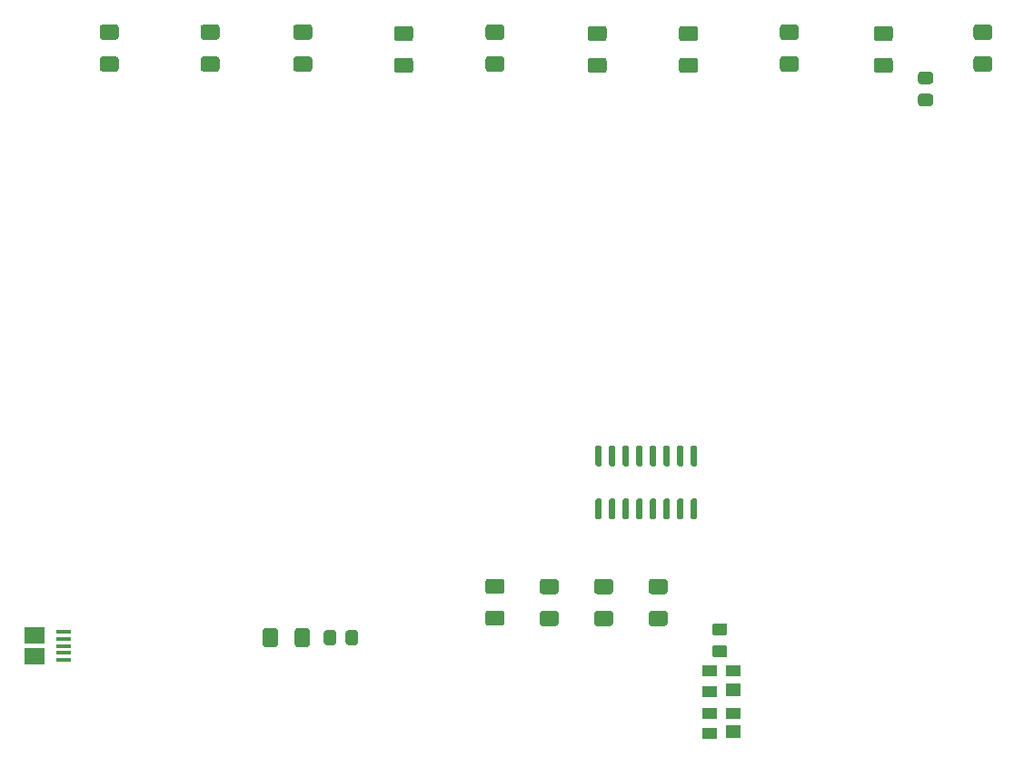
<source format=gbr>
G04 #@! TF.GenerationSoftware,KiCad,Pcbnew,(5.1.6-0-10_14)*
G04 #@! TF.CreationDate,2021-01-13T00:46:53+01:00*
G04 #@! TF.ProjectId,backplane,6261636b-706c-4616-9e65-2e6b69636164,rev?*
G04 #@! TF.SameCoordinates,Original*
G04 #@! TF.FileFunction,Paste,Top*
G04 #@! TF.FilePolarity,Positive*
%FSLAX46Y46*%
G04 Gerber Fmt 4.6, Leading zero omitted, Abs format (unit mm)*
G04 Created by KiCad (PCBNEW (5.1.6-0-10_14)) date 2021-01-13 00:46:53*
%MOMM*%
%LPD*%
G01*
G04 APERTURE LIST*
%ADD10R,1.900000X1.500000*%
%ADD11R,1.350000X0.400000*%
%ADD12R,1.400000X1.000000*%
%ADD13R,1.400000X1.200000*%
G04 APERTURE END LIST*
G04 #@! TO.C,U1*
G36*
G01*
X54125000Y-71652000D02*
X53825000Y-71652000D01*
G75*
G02*
X53675000Y-71502000I0J150000D01*
G01*
X53675000Y-69852000D01*
G75*
G02*
X53825000Y-69702000I150000J0D01*
G01*
X54125000Y-69702000D01*
G75*
G02*
X54275000Y-69852000I0J-150000D01*
G01*
X54275000Y-71502000D01*
G75*
G02*
X54125000Y-71652000I-150000J0D01*
G01*
G37*
G36*
G01*
X55395000Y-71652000D02*
X55095000Y-71652000D01*
G75*
G02*
X54945000Y-71502000I0J150000D01*
G01*
X54945000Y-69852000D01*
G75*
G02*
X55095000Y-69702000I150000J0D01*
G01*
X55395000Y-69702000D01*
G75*
G02*
X55545000Y-69852000I0J-150000D01*
G01*
X55545000Y-71502000D01*
G75*
G02*
X55395000Y-71652000I-150000J0D01*
G01*
G37*
G36*
G01*
X56665000Y-71652000D02*
X56365000Y-71652000D01*
G75*
G02*
X56215000Y-71502000I0J150000D01*
G01*
X56215000Y-69852000D01*
G75*
G02*
X56365000Y-69702000I150000J0D01*
G01*
X56665000Y-69702000D01*
G75*
G02*
X56815000Y-69852000I0J-150000D01*
G01*
X56815000Y-71502000D01*
G75*
G02*
X56665000Y-71652000I-150000J0D01*
G01*
G37*
G36*
G01*
X57935000Y-71652000D02*
X57635000Y-71652000D01*
G75*
G02*
X57485000Y-71502000I0J150000D01*
G01*
X57485000Y-69852000D01*
G75*
G02*
X57635000Y-69702000I150000J0D01*
G01*
X57935000Y-69702000D01*
G75*
G02*
X58085000Y-69852000I0J-150000D01*
G01*
X58085000Y-71502000D01*
G75*
G02*
X57935000Y-71652000I-150000J0D01*
G01*
G37*
G36*
G01*
X59205000Y-71652000D02*
X58905000Y-71652000D01*
G75*
G02*
X58755000Y-71502000I0J150000D01*
G01*
X58755000Y-69852000D01*
G75*
G02*
X58905000Y-69702000I150000J0D01*
G01*
X59205000Y-69702000D01*
G75*
G02*
X59355000Y-69852000I0J-150000D01*
G01*
X59355000Y-71502000D01*
G75*
G02*
X59205000Y-71652000I-150000J0D01*
G01*
G37*
G36*
G01*
X60475000Y-71652000D02*
X60175000Y-71652000D01*
G75*
G02*
X60025000Y-71502000I0J150000D01*
G01*
X60025000Y-69852000D01*
G75*
G02*
X60175000Y-69702000I150000J0D01*
G01*
X60475000Y-69702000D01*
G75*
G02*
X60625000Y-69852000I0J-150000D01*
G01*
X60625000Y-71502000D01*
G75*
G02*
X60475000Y-71652000I-150000J0D01*
G01*
G37*
G36*
G01*
X61745000Y-71652000D02*
X61445000Y-71652000D01*
G75*
G02*
X61295000Y-71502000I0J150000D01*
G01*
X61295000Y-69852000D01*
G75*
G02*
X61445000Y-69702000I150000J0D01*
G01*
X61745000Y-69702000D01*
G75*
G02*
X61895000Y-69852000I0J-150000D01*
G01*
X61895000Y-71502000D01*
G75*
G02*
X61745000Y-71652000I-150000J0D01*
G01*
G37*
G36*
G01*
X63015000Y-71652000D02*
X62715000Y-71652000D01*
G75*
G02*
X62565000Y-71502000I0J150000D01*
G01*
X62565000Y-69852000D01*
G75*
G02*
X62715000Y-69702000I150000J0D01*
G01*
X63015000Y-69702000D01*
G75*
G02*
X63165000Y-69852000I0J-150000D01*
G01*
X63165000Y-71502000D01*
G75*
G02*
X63015000Y-71652000I-150000J0D01*
G01*
G37*
G36*
G01*
X63015000Y-76602000D02*
X62715000Y-76602000D01*
G75*
G02*
X62565000Y-76452000I0J150000D01*
G01*
X62565000Y-74802000D01*
G75*
G02*
X62715000Y-74652000I150000J0D01*
G01*
X63015000Y-74652000D01*
G75*
G02*
X63165000Y-74802000I0J-150000D01*
G01*
X63165000Y-76452000D01*
G75*
G02*
X63015000Y-76602000I-150000J0D01*
G01*
G37*
G36*
G01*
X61745000Y-76602000D02*
X61445000Y-76602000D01*
G75*
G02*
X61295000Y-76452000I0J150000D01*
G01*
X61295000Y-74802000D01*
G75*
G02*
X61445000Y-74652000I150000J0D01*
G01*
X61745000Y-74652000D01*
G75*
G02*
X61895000Y-74802000I0J-150000D01*
G01*
X61895000Y-76452000D01*
G75*
G02*
X61745000Y-76602000I-150000J0D01*
G01*
G37*
G36*
G01*
X60475000Y-76602000D02*
X60175000Y-76602000D01*
G75*
G02*
X60025000Y-76452000I0J150000D01*
G01*
X60025000Y-74802000D01*
G75*
G02*
X60175000Y-74652000I150000J0D01*
G01*
X60475000Y-74652000D01*
G75*
G02*
X60625000Y-74802000I0J-150000D01*
G01*
X60625000Y-76452000D01*
G75*
G02*
X60475000Y-76602000I-150000J0D01*
G01*
G37*
G36*
G01*
X59205000Y-76602000D02*
X58905000Y-76602000D01*
G75*
G02*
X58755000Y-76452000I0J150000D01*
G01*
X58755000Y-74802000D01*
G75*
G02*
X58905000Y-74652000I150000J0D01*
G01*
X59205000Y-74652000D01*
G75*
G02*
X59355000Y-74802000I0J-150000D01*
G01*
X59355000Y-76452000D01*
G75*
G02*
X59205000Y-76602000I-150000J0D01*
G01*
G37*
G36*
G01*
X57935000Y-76602000D02*
X57635000Y-76602000D01*
G75*
G02*
X57485000Y-76452000I0J150000D01*
G01*
X57485000Y-74802000D01*
G75*
G02*
X57635000Y-74652000I150000J0D01*
G01*
X57935000Y-74652000D01*
G75*
G02*
X58085000Y-74802000I0J-150000D01*
G01*
X58085000Y-76452000D01*
G75*
G02*
X57935000Y-76602000I-150000J0D01*
G01*
G37*
G36*
G01*
X56665000Y-76602000D02*
X56365000Y-76602000D01*
G75*
G02*
X56215000Y-76452000I0J150000D01*
G01*
X56215000Y-74802000D01*
G75*
G02*
X56365000Y-74652000I150000J0D01*
G01*
X56665000Y-74652000D01*
G75*
G02*
X56815000Y-74802000I0J-150000D01*
G01*
X56815000Y-76452000D01*
G75*
G02*
X56665000Y-76602000I-150000J0D01*
G01*
G37*
G36*
G01*
X55395000Y-76602000D02*
X55095000Y-76602000D01*
G75*
G02*
X54945000Y-76452000I0J150000D01*
G01*
X54945000Y-74802000D01*
G75*
G02*
X55095000Y-74652000I150000J0D01*
G01*
X55395000Y-74652000D01*
G75*
G02*
X55545000Y-74802000I0J-150000D01*
G01*
X55545000Y-76452000D01*
G75*
G02*
X55395000Y-76602000I-150000J0D01*
G01*
G37*
G36*
G01*
X54125000Y-76602000D02*
X53825000Y-76602000D01*
G75*
G02*
X53675000Y-76452000I0J150000D01*
G01*
X53675000Y-74802000D01*
G75*
G02*
X53825000Y-74652000I150000J0D01*
G01*
X54125000Y-74652000D01*
G75*
G02*
X54275000Y-74802000I0J-150000D01*
G01*
X54275000Y-76452000D01*
G75*
G02*
X54125000Y-76602000I-150000J0D01*
G01*
G37*
G04 #@! TD*
G04 #@! TO.C,R16*
G36*
G01*
X64827999Y-88334000D02*
X65728001Y-88334000D01*
G75*
G02*
X65978000Y-88583999I0J-249999D01*
G01*
X65978000Y-89234001D01*
G75*
G02*
X65728001Y-89484000I-249999J0D01*
G01*
X64827999Y-89484000D01*
G75*
G02*
X64578000Y-89234001I0J249999D01*
G01*
X64578000Y-88583999D01*
G75*
G02*
X64827999Y-88334000I249999J0D01*
G01*
G37*
G36*
G01*
X64827999Y-86284000D02*
X65728001Y-86284000D01*
G75*
G02*
X65978000Y-86533999I0J-249999D01*
G01*
X65978000Y-87184001D01*
G75*
G02*
X65728001Y-87434000I-249999J0D01*
G01*
X64827999Y-87434000D01*
G75*
G02*
X64578000Y-87184001I0J249999D01*
G01*
X64578000Y-86533999D01*
G75*
G02*
X64827999Y-86284000I249999J0D01*
G01*
G37*
G04 #@! TD*
G04 #@! TO.C,R15*
G36*
G01*
X84004999Y-36899000D02*
X84905001Y-36899000D01*
G75*
G02*
X85155000Y-37148999I0J-249999D01*
G01*
X85155000Y-37799001D01*
G75*
G02*
X84905001Y-38049000I-249999J0D01*
G01*
X84004999Y-38049000D01*
G75*
G02*
X83755000Y-37799001I0J249999D01*
G01*
X83755000Y-37148999D01*
G75*
G02*
X84004999Y-36899000I249999J0D01*
G01*
G37*
G36*
G01*
X84004999Y-34849000D02*
X84905001Y-34849000D01*
G75*
G02*
X85155000Y-35098999I0J-249999D01*
G01*
X85155000Y-35749001D01*
G75*
G02*
X84905001Y-35999000I-249999J0D01*
G01*
X84004999Y-35999000D01*
G75*
G02*
X83755000Y-35749001I0J249999D01*
G01*
X83755000Y-35098999D01*
G75*
G02*
X84004999Y-34849000I249999J0D01*
G01*
G37*
G04 #@! TD*
D10*
G04 #@! TO.C,J1*
X1429500Y-87392000D03*
D11*
X4129500Y-88392000D03*
X4129500Y-89042000D03*
X4129500Y-89692000D03*
X4129500Y-87092000D03*
X4129500Y-87742000D03*
D10*
X1429500Y-89392000D03*
G04 #@! TD*
G04 #@! TO.C,C3*
G36*
G01*
X79893000Y-33541000D02*
X81143000Y-33541000D01*
G75*
G02*
X81393000Y-33791000I0J-250000D01*
G01*
X81393000Y-34716000D01*
G75*
G02*
X81143000Y-34966000I-250000J0D01*
G01*
X79893000Y-34966000D01*
G75*
G02*
X79643000Y-34716000I0J250000D01*
G01*
X79643000Y-33791000D01*
G75*
G02*
X79893000Y-33541000I250000J0D01*
G01*
G37*
G36*
G01*
X79893000Y-30566000D02*
X81143000Y-30566000D01*
G75*
G02*
X81393000Y-30816000I0J-250000D01*
G01*
X81393000Y-31741000D01*
G75*
G02*
X81143000Y-31991000I-250000J0D01*
G01*
X79893000Y-31991000D01*
G75*
G02*
X79643000Y-31741000I0J250000D01*
G01*
X79643000Y-30816000D01*
G75*
G02*
X79893000Y-30566000I250000J0D01*
G01*
G37*
G04 #@! TD*
G04 #@! TO.C,LED4*
G36*
G01*
X60162600Y-83578400D02*
X58912600Y-83578400D01*
G75*
G02*
X58662600Y-83328400I0J250000D01*
G01*
X58662600Y-82403400D01*
G75*
G02*
X58912600Y-82153400I250000J0D01*
G01*
X60162600Y-82153400D01*
G75*
G02*
X60412600Y-82403400I0J-250000D01*
G01*
X60412600Y-83328400D01*
G75*
G02*
X60162600Y-83578400I-250000J0D01*
G01*
G37*
G36*
G01*
X60162600Y-86553400D02*
X58912600Y-86553400D01*
G75*
G02*
X58662600Y-86303400I0J250000D01*
G01*
X58662600Y-85378400D01*
G75*
G02*
X58912600Y-85128400I250000J0D01*
G01*
X60162600Y-85128400D01*
G75*
G02*
X60412600Y-85378400I0J-250000D01*
G01*
X60412600Y-86303400D01*
G75*
G02*
X60162600Y-86553400I-250000J0D01*
G01*
G37*
G04 #@! TD*
G04 #@! TO.C,LED3*
G36*
G01*
X55082600Y-83578400D02*
X53832600Y-83578400D01*
G75*
G02*
X53582600Y-83328400I0J250000D01*
G01*
X53582600Y-82403400D01*
G75*
G02*
X53832600Y-82153400I250000J0D01*
G01*
X55082600Y-82153400D01*
G75*
G02*
X55332600Y-82403400I0J-250000D01*
G01*
X55332600Y-83328400D01*
G75*
G02*
X55082600Y-83578400I-250000J0D01*
G01*
G37*
G36*
G01*
X55082600Y-86553400D02*
X53832600Y-86553400D01*
G75*
G02*
X53582600Y-86303400I0J250000D01*
G01*
X53582600Y-85378400D01*
G75*
G02*
X53832600Y-85128400I250000J0D01*
G01*
X55082600Y-85128400D01*
G75*
G02*
X55332600Y-85378400I0J-250000D01*
G01*
X55332600Y-86303400D01*
G75*
G02*
X55082600Y-86553400I-250000J0D01*
G01*
G37*
G04 #@! TD*
G04 #@! TO.C,LED2*
G36*
G01*
X50002600Y-83578400D02*
X48752600Y-83578400D01*
G75*
G02*
X48502600Y-83328400I0J250000D01*
G01*
X48502600Y-82403400D01*
G75*
G02*
X48752600Y-82153400I250000J0D01*
G01*
X50002600Y-82153400D01*
G75*
G02*
X50252600Y-82403400I0J-250000D01*
G01*
X50252600Y-83328400D01*
G75*
G02*
X50002600Y-83578400I-250000J0D01*
G01*
G37*
G36*
G01*
X50002600Y-86553400D02*
X48752600Y-86553400D01*
G75*
G02*
X48502600Y-86303400I0J250000D01*
G01*
X48502600Y-85378400D01*
G75*
G02*
X48752600Y-85128400I250000J0D01*
G01*
X50002600Y-85128400D01*
G75*
G02*
X50252600Y-85378400I0J-250000D01*
G01*
X50252600Y-86303400D01*
G75*
G02*
X50002600Y-86553400I-250000J0D01*
G01*
G37*
G04 #@! TD*
G04 #@! TO.C,LED1*
G36*
G01*
X44948000Y-83553000D02*
X43698000Y-83553000D01*
G75*
G02*
X43448000Y-83303000I0J250000D01*
G01*
X43448000Y-82378000D01*
G75*
G02*
X43698000Y-82128000I250000J0D01*
G01*
X44948000Y-82128000D01*
G75*
G02*
X45198000Y-82378000I0J-250000D01*
G01*
X45198000Y-83303000D01*
G75*
G02*
X44948000Y-83553000I-250000J0D01*
G01*
G37*
G36*
G01*
X44948000Y-86528000D02*
X43698000Y-86528000D01*
G75*
G02*
X43448000Y-86278000I0J250000D01*
G01*
X43448000Y-85353000D01*
G75*
G02*
X43698000Y-85103000I250000J0D01*
G01*
X44948000Y-85103000D01*
G75*
G02*
X45198000Y-85353000I0J-250000D01*
G01*
X45198000Y-86278000D01*
G75*
G02*
X44948000Y-86528000I-250000J0D01*
G01*
G37*
G04 #@! TD*
G04 #@! TO.C,R9*
G36*
G01*
X30422000Y-88080001D02*
X30422000Y-87179999D01*
G75*
G02*
X30671999Y-86930000I249999J0D01*
G01*
X31322001Y-86930000D01*
G75*
G02*
X31572000Y-87179999I0J-249999D01*
G01*
X31572000Y-88080001D01*
G75*
G02*
X31322001Y-88330000I-249999J0D01*
G01*
X30671999Y-88330000D01*
G75*
G02*
X30422000Y-88080001I0J249999D01*
G01*
G37*
G36*
G01*
X28372000Y-88080001D02*
X28372000Y-87179999D01*
G75*
G02*
X28621999Y-86930000I249999J0D01*
G01*
X29272001Y-86930000D01*
G75*
G02*
X29522000Y-87179999I0J-249999D01*
G01*
X29522000Y-88080001D01*
G75*
G02*
X29272001Y-88330000I-249999J0D01*
G01*
X28621999Y-88330000D01*
G75*
G02*
X28372000Y-88080001I0J249999D01*
G01*
G37*
G04 #@! TD*
G04 #@! TO.C,D1*
G36*
G01*
X24117000Y-87005000D02*
X24117000Y-88255000D01*
G75*
G02*
X23867000Y-88505000I-250000J0D01*
G01*
X22942000Y-88505000D01*
G75*
G02*
X22692000Y-88255000I0J250000D01*
G01*
X22692000Y-87005000D01*
G75*
G02*
X22942000Y-86755000I250000J0D01*
G01*
X23867000Y-86755000D01*
G75*
G02*
X24117000Y-87005000I0J-250000D01*
G01*
G37*
G36*
G01*
X27092000Y-87005000D02*
X27092000Y-88255000D01*
G75*
G02*
X26842000Y-88505000I-250000J0D01*
G01*
X25917000Y-88505000D01*
G75*
G02*
X25667000Y-88255000I0J250000D01*
G01*
X25667000Y-87005000D01*
G75*
G02*
X25917000Y-86755000I250000J0D01*
G01*
X26842000Y-86755000D01*
G75*
G02*
X27092000Y-87005000I0J-250000D01*
G01*
G37*
G04 #@! TD*
D12*
G04 #@! TO.C,U3*
X64305000Y-96581000D03*
X64305000Y-94681000D03*
X66505000Y-94681000D03*
D13*
X66505000Y-96401000D03*
G04 #@! TD*
D12*
G04 #@! TO.C,U2*
X64305000Y-92644000D03*
X64305000Y-90744000D03*
X66505000Y-90744000D03*
D13*
X66505000Y-92464000D03*
G04 #@! TD*
G04 #@! TO.C,C11*
G36*
G01*
X72380000Y-31864000D02*
X71130000Y-31864000D01*
G75*
G02*
X70880000Y-31614000I0J250000D01*
G01*
X70880000Y-30689000D01*
G75*
G02*
X71130000Y-30439000I250000J0D01*
G01*
X72380000Y-30439000D01*
G75*
G02*
X72630000Y-30689000I0J-250000D01*
G01*
X72630000Y-31614000D01*
G75*
G02*
X72380000Y-31864000I-250000J0D01*
G01*
G37*
G36*
G01*
X72380000Y-34839000D02*
X71130000Y-34839000D01*
G75*
G02*
X70880000Y-34589000I0J250000D01*
G01*
X70880000Y-33664000D01*
G75*
G02*
X71130000Y-33414000I250000J0D01*
G01*
X72380000Y-33414000D01*
G75*
G02*
X72630000Y-33664000I0J-250000D01*
G01*
X72630000Y-34589000D01*
G75*
G02*
X72380000Y-34839000I-250000J0D01*
G01*
G37*
G04 #@! TD*
G04 #@! TO.C,C10*
G36*
G01*
X27041000Y-31864000D02*
X25791000Y-31864000D01*
G75*
G02*
X25541000Y-31614000I0J250000D01*
G01*
X25541000Y-30689000D01*
G75*
G02*
X25791000Y-30439000I250000J0D01*
G01*
X27041000Y-30439000D01*
G75*
G02*
X27291000Y-30689000I0J-250000D01*
G01*
X27291000Y-31614000D01*
G75*
G02*
X27041000Y-31864000I-250000J0D01*
G01*
G37*
G36*
G01*
X27041000Y-34839000D02*
X25791000Y-34839000D01*
G75*
G02*
X25541000Y-34589000I0J250000D01*
G01*
X25541000Y-33664000D01*
G75*
G02*
X25791000Y-33414000I250000J0D01*
G01*
X27041000Y-33414000D01*
G75*
G02*
X27291000Y-33664000I0J-250000D01*
G01*
X27291000Y-34589000D01*
G75*
G02*
X27041000Y-34839000I-250000J0D01*
G01*
G37*
G04 #@! TD*
G04 #@! TO.C,C9*
G36*
G01*
X61732000Y-33541000D02*
X62982000Y-33541000D01*
G75*
G02*
X63232000Y-33791000I0J-250000D01*
G01*
X63232000Y-34716000D01*
G75*
G02*
X62982000Y-34966000I-250000J0D01*
G01*
X61732000Y-34966000D01*
G75*
G02*
X61482000Y-34716000I0J250000D01*
G01*
X61482000Y-33791000D01*
G75*
G02*
X61732000Y-33541000I250000J0D01*
G01*
G37*
G36*
G01*
X61732000Y-30566000D02*
X62982000Y-30566000D01*
G75*
G02*
X63232000Y-30816000I0J-250000D01*
G01*
X63232000Y-31741000D01*
G75*
G02*
X62982000Y-31991000I-250000J0D01*
G01*
X61732000Y-31991000D01*
G75*
G02*
X61482000Y-31741000I0J250000D01*
G01*
X61482000Y-30816000D01*
G75*
G02*
X61732000Y-30566000I250000J0D01*
G01*
G37*
G04 #@! TD*
G04 #@! TO.C,C8*
G36*
G01*
X17155000Y-33414000D02*
X18405000Y-33414000D01*
G75*
G02*
X18655000Y-33664000I0J-250000D01*
G01*
X18655000Y-34589000D01*
G75*
G02*
X18405000Y-34839000I-250000J0D01*
G01*
X17155000Y-34839000D01*
G75*
G02*
X16905000Y-34589000I0J250000D01*
G01*
X16905000Y-33664000D01*
G75*
G02*
X17155000Y-33414000I250000J0D01*
G01*
G37*
G36*
G01*
X17155000Y-30439000D02*
X18405000Y-30439000D01*
G75*
G02*
X18655000Y-30689000I0J-250000D01*
G01*
X18655000Y-31614000D01*
G75*
G02*
X18405000Y-31864000I-250000J0D01*
G01*
X17155000Y-31864000D01*
G75*
G02*
X16905000Y-31614000I0J250000D01*
G01*
X16905000Y-30689000D01*
G75*
G02*
X17155000Y-30439000I250000J0D01*
G01*
G37*
G04 #@! TD*
G04 #@! TO.C,C7*
G36*
G01*
X9007000Y-31864000D02*
X7757000Y-31864000D01*
G75*
G02*
X7507000Y-31614000I0J250000D01*
G01*
X7507000Y-30689000D01*
G75*
G02*
X7757000Y-30439000I250000J0D01*
G01*
X9007000Y-30439000D01*
G75*
G02*
X9257000Y-30689000I0J-250000D01*
G01*
X9257000Y-31614000D01*
G75*
G02*
X9007000Y-31864000I-250000J0D01*
G01*
G37*
G36*
G01*
X9007000Y-34839000D02*
X7757000Y-34839000D01*
G75*
G02*
X7507000Y-34589000I0J250000D01*
G01*
X7507000Y-33664000D01*
G75*
G02*
X7757000Y-33414000I250000J0D01*
G01*
X9007000Y-33414000D01*
G75*
G02*
X9257000Y-33664000I0J-250000D01*
G01*
X9257000Y-34589000D01*
G75*
G02*
X9007000Y-34839000I-250000J0D01*
G01*
G37*
G04 #@! TD*
G04 #@! TO.C,C6*
G36*
G01*
X36439000Y-31991000D02*
X35189000Y-31991000D01*
G75*
G02*
X34939000Y-31741000I0J250000D01*
G01*
X34939000Y-30816000D01*
G75*
G02*
X35189000Y-30566000I250000J0D01*
G01*
X36439000Y-30566000D01*
G75*
G02*
X36689000Y-30816000I0J-250000D01*
G01*
X36689000Y-31741000D01*
G75*
G02*
X36439000Y-31991000I-250000J0D01*
G01*
G37*
G36*
G01*
X36439000Y-34966000D02*
X35189000Y-34966000D01*
G75*
G02*
X34939000Y-34716000I0J250000D01*
G01*
X34939000Y-33791000D01*
G75*
G02*
X35189000Y-33541000I250000J0D01*
G01*
X36439000Y-33541000D01*
G75*
G02*
X36689000Y-33791000I0J-250000D01*
G01*
X36689000Y-34716000D01*
G75*
G02*
X36439000Y-34966000I-250000J0D01*
G01*
G37*
G04 #@! TD*
G04 #@! TO.C,C14*
G36*
G01*
X53223000Y-33541000D02*
X54473000Y-33541000D01*
G75*
G02*
X54723000Y-33791000I0J-250000D01*
G01*
X54723000Y-34716000D01*
G75*
G02*
X54473000Y-34966000I-250000J0D01*
G01*
X53223000Y-34966000D01*
G75*
G02*
X52973000Y-34716000I0J250000D01*
G01*
X52973000Y-33791000D01*
G75*
G02*
X53223000Y-33541000I250000J0D01*
G01*
G37*
G36*
G01*
X53223000Y-30566000D02*
X54473000Y-30566000D01*
G75*
G02*
X54723000Y-30816000I0J-250000D01*
G01*
X54723000Y-31741000D01*
G75*
G02*
X54473000Y-31991000I-250000J0D01*
G01*
X53223000Y-31991000D01*
G75*
G02*
X52973000Y-31741000I0J250000D01*
G01*
X52973000Y-30816000D01*
G75*
G02*
X53223000Y-30566000I250000J0D01*
G01*
G37*
G04 #@! TD*
G04 #@! TO.C,C13*
G36*
G01*
X43698000Y-33414000D02*
X44948000Y-33414000D01*
G75*
G02*
X45198000Y-33664000I0J-250000D01*
G01*
X45198000Y-34589000D01*
G75*
G02*
X44948000Y-34839000I-250000J0D01*
G01*
X43698000Y-34839000D01*
G75*
G02*
X43448000Y-34589000I0J250000D01*
G01*
X43448000Y-33664000D01*
G75*
G02*
X43698000Y-33414000I250000J0D01*
G01*
G37*
G36*
G01*
X43698000Y-30439000D02*
X44948000Y-30439000D01*
G75*
G02*
X45198000Y-30689000I0J-250000D01*
G01*
X45198000Y-31614000D01*
G75*
G02*
X44948000Y-31864000I-250000J0D01*
G01*
X43698000Y-31864000D01*
G75*
G02*
X43448000Y-31614000I0J250000D01*
G01*
X43448000Y-30689000D01*
G75*
G02*
X43698000Y-30439000I250000J0D01*
G01*
G37*
G04 #@! TD*
G04 #@! TO.C,C1*
G36*
G01*
X90414000Y-31864000D02*
X89164000Y-31864000D01*
G75*
G02*
X88914000Y-31614000I0J250000D01*
G01*
X88914000Y-30689000D01*
G75*
G02*
X89164000Y-30439000I250000J0D01*
G01*
X90414000Y-30439000D01*
G75*
G02*
X90664000Y-30689000I0J-250000D01*
G01*
X90664000Y-31614000D01*
G75*
G02*
X90414000Y-31864000I-250000J0D01*
G01*
G37*
G36*
G01*
X90414000Y-34839000D02*
X89164000Y-34839000D01*
G75*
G02*
X88914000Y-34589000I0J250000D01*
G01*
X88914000Y-33664000D01*
G75*
G02*
X89164000Y-33414000I250000J0D01*
G01*
X90414000Y-33414000D01*
G75*
G02*
X90664000Y-33664000I0J-250000D01*
G01*
X90664000Y-34589000D01*
G75*
G02*
X90414000Y-34839000I-250000J0D01*
G01*
G37*
G04 #@! TD*
M02*

</source>
